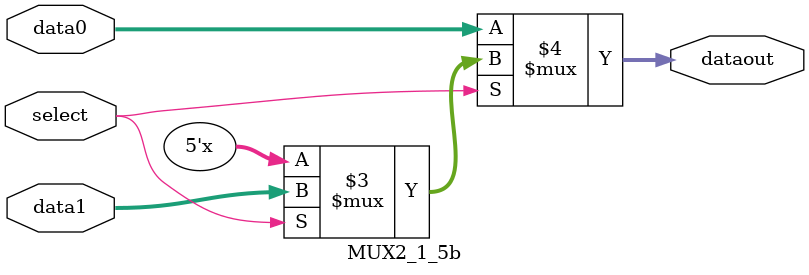
<source format=v>
`timescale 1ns / 1ps
module MUX2_1_5b(
    		input [4:0] data0,//rt
			input [4:0] data1,//rd
			input  select,
			output [4:0] dataout
    );
	assign dataout = (select==0) ? data0 :// RF_B_sel=0 => rt
						  (select==1) ? data1 :// RF_B_sel=1 => rd
							5'bx;

endmodule

</source>
